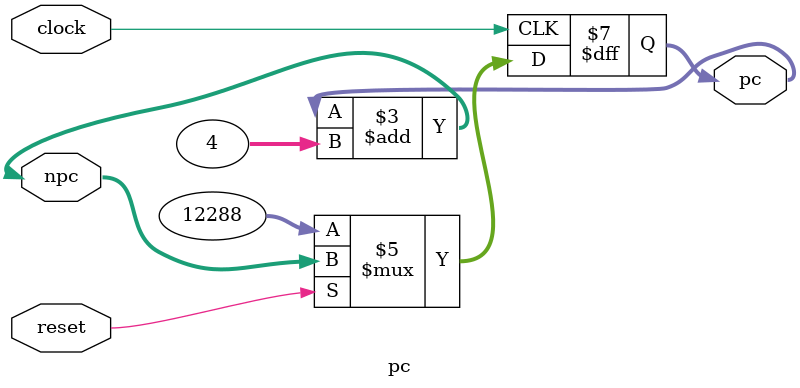
<source format=v>
module pc(pc,clock,reset,npc);
output reg [31:0] pc;  //当前指令地址
input clock;
input reset;
input [31:0] npc;  //下条指令地址


always@(posedge clock)
	begin
	if(!reset)
		pc<=32'h0000_3000;
	else pc<=npc;
	end

assign npc = pc + 4;

endmodule
</source>
